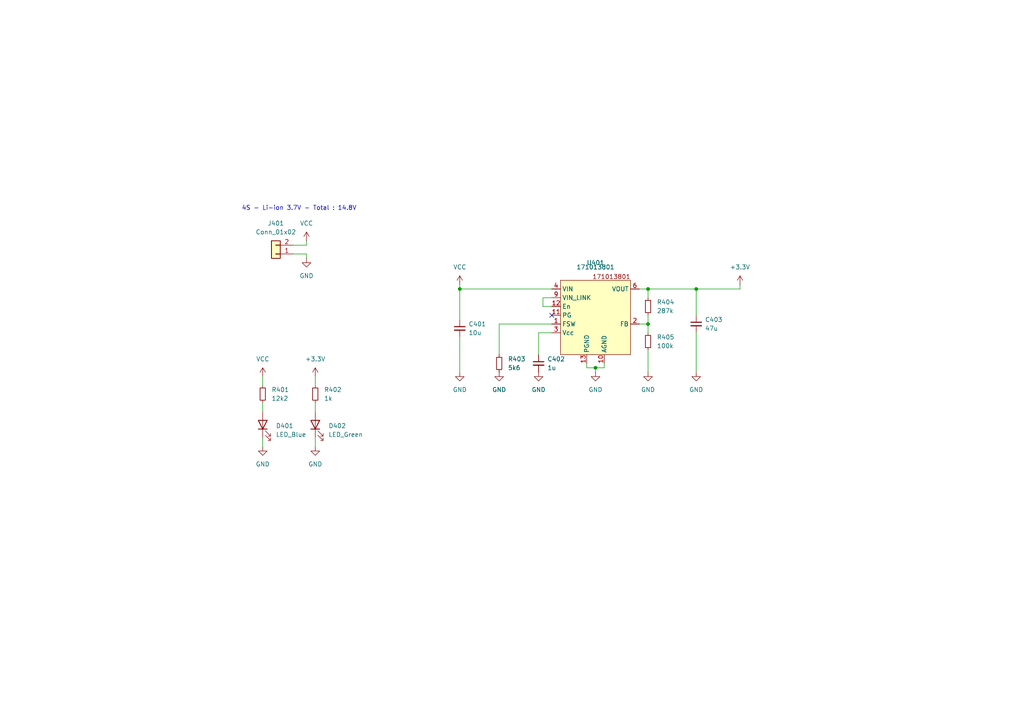
<source format=kicad_sch>
(kicad_sch (version 20231120) (generator "eeschema") (generator_version "8.0")
  (paper "A4")
  (lib_symbols
    (symbol "Connector_Generic:Conn_01x02" (pin_names (offset 1.016) hide)
      (property "Reference" "J" (at 0 2.54 0))
      (property "Value" "Conn_01x02" (at 0 -5.08 0))
      (symbol "Conn_01x02_1_1"
        (rectangle (start -1.27 -2.413) (end 0 -2.667) (stroke (width 0.1524)))
        (rectangle (start -1.27 0.127) (end 0 -0.127) (stroke (width 0.1524)))
        (rectangle (start -1.27 1.27) (end 1.27 -3.81) (stroke (width 0.254)) (fill (type background)))
        (pin passive line (at -5.08 0 0) (length 3.81) (name "Pin_1") (number "1"))
        (pin passive line (at -5.08 -2.54 0) (length 3.81) (name "Pin_2") (number "2"))
      )
    )
    (symbol "Device:C_Small" (pin_numbers hide) (pin_names (offset 0.254) hide)
      (property "Reference" "C" (at 0.254 1.778 0))
      (property "Value" "C_Small" (at 0.254 -2.032 0))
      (symbol "C_Small_0_1"
        (polyline (pts (xy -1.524 -0.508) (xy 1.524 -0.508)) (stroke (width 0.3302)))
        (polyline (pts (xy -1.524 0.508) (xy 1.524 0.508)) (stroke (width 0.3048)))
      )
      (symbol "C_Small_1_1"
        (pin passive line (at 0 2.54 270) (length 2.032) (name "~") (number "1"))
        (pin passive line (at 0 -2.54 90) (length 2.032) (name "~") (number "2"))
      )
    )
    (symbol "Device:LED" (pin_numbers hide) (pin_names (offset 1.016) hide)
      (property "Reference" "D" (at 0 2.54 0))
      (property "Value" "LED" (at 0 -2.54 0))
      (symbol "LED_0_1"
        (polyline (pts (xy -1.27 -1.27) (xy -1.27 1.27)) (stroke (width 0.254)))
        (polyline (pts (xy -1.27 0) (xy 1.27 0)))
        (polyline (pts (xy 1.27 -1.27) (xy 1.27 1.27) (xy -1.27 0) (xy 1.27 -1.27)) (stroke (width 0.254)))
        (polyline (pts (xy -3.048 -0.762) (xy -4.572 -2.286) (xy -3.81 -2.286) (xy -4.572 -2.286) (xy -4.572 -1.524)))
        (polyline (pts (xy -1.778 -0.762) (xy -3.302 -2.286) (xy -2.54 -2.286) (xy -3.302 -2.286) (xy -3.302 -1.524)))
      )
      (symbol "LED_1_1"
        (pin passive line (at -3.81 0 0) (length 2.54) (name "K") (number "1"))
        (pin passive line (at 3.81 0 180) (length 2.54) (name "A") (number "2"))
      )
    )
    (symbol "Device:R_Small" (pin_numbers hide) (pin_names (offset 0.254) hide)
      (property "Reference" "R" (at 0.762 0.508 0))
      (property "Value" "R_Small" (at 0.762 -1.016 0))
      (symbol "R_Small_0_1"
        (rectangle (start -0.762 1.778) (end 0.762 -1.778) (stroke (width 0.2032)))
      )
      (symbol "R_Small_1_1"
        (pin passive line (at 0 2.54 270) (length 0.762) (name "~") (number "1"))
        (pin passive line (at 0 -2.54 90) (length 0.762) (name "~") (number "2"))
      )
    )
    (symbol "Maker_librairy:WE_171013801"
      (property "Reference" "U" (at -9.652 11.176 0))
      (symbol "WE_171013801_1_1"
        (rectangle (start -10.16 10.16) (end 10.16 -11.43) (fill (type background)))
        (text "171013801" (at 10.16 11.176 0) (effects (font (size 1.27 1.27)) (justify right)))
        (pin input line (at -12.7 -2.54 0) (length 2.54) (name "FSW") (number "1"))
        (pin input line (at 2.54 -13.97 90) (length 2.54) (name "AGND") (number "10"))
        (pin power_in line (at -12.7 0 0) (length 2.54) (name "PG") (number "11"))
        (pin input line (at -12.7 2.54 0) (length 2.54) (name "En") (number "12"))
        (pin input line (at -2.54 -13.97 90) (length 2.54) (name "PGND") (number "13"))
        (pin input line (at 12.7 -2.54 180) (length 2.54) (name "FB") (number "2"))
        (pin power_out line (at -12.7 -5.08 0) (length 2.54) (name "Vcc") (number "3"))
        (pin power_in line (at -12.7 7.62 0) (length 2.54) (name "VIN") (number "4"))
        (pin power_in line (at -12.7 7.62 0) (length 2.54) hide (name "VIN") (number "5"))
        (pin power_out line (at 12.7 7.62 180) (length 2.54) (name "VOUT") (number "6"))
        (pin passive line (at 12.7 7.62 180) (length 2.54) hide (name "VOUT") (number "7"))
        (pin no_connect line (at 12.7 5.08 180) (length 2.54) hide (name "DNC") (number "8"))
        (pin power_out line (at -12.7 5.08 0) (length 2.54) (name "VIN_LINK") (number "9"))
      )
    )
    (symbol "power:+3.3V" (power) (pin_numbers hide) (pin_names (offset 0) hide)
      (property "Value" "+3.3V" (at 0 3.556 0))
      (symbol "+3.3V_0_1"
        (polyline (pts (xy -0.762 1.27) (xy 0 2.54)))
        (polyline (pts (xy 0 0) (xy 0 2.54)))
        (polyline (pts (xy 0 2.54) (xy 0.762 1.27)))
      )
      (symbol "+3.3V_1_1"
        (pin power_in line (at 0 0 90) (length 0) (name "~") (number "1"))
      )
    )
    (symbol "power:GND" (power) (pin_numbers hide) (pin_names (offset 0) hide)
      (property "Value" "GND" (at 0 -3.81 0))
      (symbol "GND_0_1"
        (polyline (pts (xy 0 0) (xy 0 -1.27) (xy 1.27 -1.27) (xy 0 -2.54) (xy -1.27 -1.27) (xy 0 -1.27)))
      )
      (symbol "GND_1_1"
        (pin power_in line (at 0 0 270) (length 0) (name "~") (number "1"))
      )
    )
    (symbol "power:VCC" (power) (pin_numbers hide) (pin_names (offset 0) hide)
      (property "Value" "VCC" (at 0 3.556 0))
      (symbol "VCC_0_1"
        (polyline (pts (xy -0.762 1.27) (xy 0 2.54)))
        (polyline (pts (xy 0 0) (xy 0 2.54)))
        (polyline (pts (xy 0 2.54) (xy 0.762 1.27)))
      )
      (symbol "VCC_1_1"
        (pin power_in line (at 0 0 90) (length 0) (name "~") (number "1"))
      )
    )
  )
  (junction (at 187.96 93.98))
  (junction (at 133.35 83.82))
  (junction (at 201.93 83.82))
  (junction (at 187.96 83.82))
  (junction (at 172.72 106.68))
  (no_connect (at 160.02 91.44))
  (wire (pts (xy 201.93 83.82) (xy 187.96 83.82)))
  (wire (pts (xy 170.18 105.41) (xy 170.18 106.68)))
  (wire (pts (xy 187.96 86.36) (xy 187.96 83.82)))
  (wire (pts (xy 133.35 82.55) (xy 133.35 83.82)))
  (wire (pts (xy 88.9 71.12) (xy 85.09 71.12)))
  (wire (pts (xy 187.96 101.6) (xy 187.96 107.95)))
  (wire (pts (xy 160.02 83.82) (xy 133.35 83.82)))
  (wire (pts (xy 133.35 107.95) (xy 133.35 97.79)))
  (wire (pts (xy 160.02 86.36) (xy 157.48 86.36)))
  (wire (pts (xy 187.96 91.44) (xy 187.96 93.98)))
  (wire (pts (xy 144.78 93.98) (xy 160.02 93.98)))
  (wire (pts (xy 157.48 88.9) (xy 160.02 88.9)))
  (wire (pts (xy 76.2 116.84) (xy 76.2 119.38)))
  (wire (pts (xy 91.44 109.22) (xy 91.44 111.76)))
  (wire (pts (xy 133.35 83.82) (xy 133.35 92.71)))
  (wire (pts (xy 185.42 93.98) (xy 187.96 93.98)))
  (wire (pts (xy 88.9 73.66) (xy 88.9 74.93)))
  (wire (pts (xy 185.42 83.82) (xy 187.96 83.82)))
  (wire (pts (xy 175.26 106.68) (xy 175.26 105.41)))
  (wire (pts (xy 201.93 91.44) (xy 201.93 83.82)))
  (wire (pts (xy 170.18 106.68) (xy 172.72 106.68)))
  (wire (pts (xy 157.48 86.36) (xy 157.48 88.9)))
  (wire (pts (xy 91.44 116.84) (xy 91.44 119.38)))
  (wire (pts (xy 201.93 96.52) (xy 201.93 107.95)))
  (wire (pts (xy 214.63 82.55) (xy 214.63 83.82)))
  (wire (pts (xy 76.2 109.22) (xy 76.2 111.76)))
  (wire (pts (xy 156.21 96.52) (xy 156.21 102.87)))
  (wire (pts (xy 76.2 127) (xy 76.2 129.54)))
  (wire (pts (xy 172.72 106.68) (xy 172.72 107.95)))
  (wire (pts (xy 160.02 96.52) (xy 156.21 96.52)))
  (wire (pts (xy 172.72 106.68) (xy 175.26 106.68)))
  (wire (pts (xy 85.09 73.66) (xy 88.9 73.66)))
  (wire (pts (xy 144.78 102.87) (xy 144.78 93.98)))
  (wire (pts (xy 88.9 69.85) (xy 88.9 71.12)))
  (wire (pts (xy 91.44 127) (xy 91.44 129.54)))
  (wire (pts (xy 187.96 93.98) (xy 187.96 96.52)))
  (wire (pts (xy 201.93 83.82) (xy 214.63 83.82)))
  (text "4S - Li-ion 3.7V - Total : 14.8V" (at 70.104 60.452 0) (effects (font (size 1.27 1.27)) (justify left)))
  (symbol (lib_id "Device:LED") (at 76.2 123.19 90) (unit 1)
    (property "Reference" "D401" (at 80.01 123.5074 90) (effects (justify right)))
    (property "Value" "LED_Blue" (at 80.01 126.0474 90) (effects (justify right)))
    (property "Footprint" "LED_SMD:LED_0603_1608Metric" (effects (hide yes)))
    (property "Datasheet" "https://www.we-online.com/components/products/datasheet/150060BS55040.pdf" (effects (hide yes)))
    (property "Description" "Light emitting diode" (effects (hide yes)))
  )
  (symbol (lib_id "power:VCC") (at 133.35 82.55 0) (unit 1)
    (property "Reference" "#PWR0407" (effects (hide yes)))
    (property "Value" "VCC" (at 133.35 77.47 0))
    (property "Description" "Power symbol creates a global label with name \"VCC\"" (effects (hide yes)))
  )
  (symbol (lib_id "Device:R_Small") (at 76.2 114.3 0) (unit 1)
    (property "Reference" "R401" (at 78.74 113.0299 0) (effects (justify left)))
    (property "Value" "12k2" (at 78.74 115.5699 0) (effects (justify left)))
    (property "Footprint" "Resistor_SMD:R_0402_1005Metric" (effects (hide yes)))
    (property "Description" "Resistor, small symbol" (effects (hide yes)))
  )
  (symbol (lib_id "power:GND") (at 76.2 129.54 0) (unit 1)
    (property "Reference" "#PWR0402" (effects (hide yes)))
    (property "Value" "GND" (at 76.2 134.62 0))
    (property "Description" "Power symbol creates a global label with name \"GND\" , ground" (effects (hide yes)))
  )
  (symbol (lib_id "power:GND") (at 88.9 74.93 0) (unit 1)
    (property "Reference" "#PWR0404" (effects (hide yes)))
    (property "Value" "GND" (at 88.9 80.01 0))
    (property "Description" "Power symbol creates a global label with name \"GND\" , ground" (effects (hide yes)))
  )
  (symbol (lib_id "power:+3.3V") (at 214.63 82.55 0) (unit 1)
    (property "Reference" "#PWR0414" (effects (hide yes)))
    (property "Value" "+3.3V" (at 214.63 77.47 0))
    (property "Description" "Power symbol creates a global label with name \"+3.3V\"" (effects (hide yes)))
  )
  (symbol (lib_id "power:+3.3V") (at 91.44 109.22 0) (unit 1)
    (property "Reference" "#PWR0405" (effects (hide yes)))
    (property "Value" "+3.3V" (at 91.44 104.14 0))
    (property "Description" "Power symbol creates a global label with name \"+3.3V\"" (effects (hide yes)))
  )
  (symbol (lib_id "Device:C_Small") (at 156.21 105.41 0) (unit 1)
    (property "Reference" "C402" (at 158.75 104.1462 0) (effects (justify left)))
    (property "Value" "1u" (at 158.75 106.6862 0) (effects (justify left)))
    (property "Footprint" "Capacitor_SMD:C_0603_1608Metric" (effects (hide yes)))
    (property "Datasheet" "https://www.we-online.com/components/products/datasheet/885012206076.pdf" (effects (hide yes)))
    (property "Description" "Unpolarized capacitor, small symbol" (effects (hide yes)))
    (property "MPN" "885012206076" (effects (hide yes)))
  )
  (symbol (lib_id "power:GND") (at 156.21 107.95 0) (unit 1)
    (property "Reference" "#PWR0410" (effects (hide yes)))
    (property "Value" "GND" (at 156.21 113.03 0))
    (property "Description" "Power symbol creates a global label with name \"GND\" , ground" (effects (hide yes)))
  )
  (symbol (lib_id "power:VCC") (at 76.2 109.22 0) (unit 1)
    (property "Reference" "#PWR0401" (effects (hide yes)))
    (property "Value" "VCC" (at 76.2 104.14 0))
    (property "Description" "Power symbol creates a global label with name \"VCC\"" (effects (hide yes)))
  )
  (symbol (lib_id "Device:R_Small") (at 187.96 99.06 0) (unit 1)
    (property "Reference" "R405" (at 190.5 97.7899 0) (effects (justify left)))
    (property "Value" "100k" (at 190.5 100.3299 0) (effects (justify left)))
    (property "Footprint" "Resistor_SMD:R_0402_1005Metric" (effects (hide yes)))
    (property "Description" "Resistor, small symbol" (effects (hide yes)))
  )
  (symbol (lib_id "power:GND") (at 187.96 107.95 0) (unit 1)
    (property "Reference" "#PWR0412" (effects (hide yes)))
    (property "Value" "GND" (at 187.96 113.03 0))
    (property "Description" "Power symbol creates a global label with name \"GND\" , ground" (effects (hide yes)))
  )
  (symbol (lib_id "Maker_librairy:WE_171013801") (at 172.72 91.44 0) (unit 1)
    (property "Reference" "U401" (at 172.72 76.2 0))
    (property "Value" "171013801" (at 172.72 77.47 0))
    (property "Footprint" "Maker_librairy:171013801" (effects (hide yes)))
    (property "Datasheet" "https://www.we-online.com/en/components/products/datasheet/171013801.pdf" (effects (hide yes)))
    (property "MPN" "171013801" (effects (hide yes)))
  )
  (symbol (lib_id "Device:LED") (at 91.44 123.19 90) (unit 1)
    (property "Reference" "D402" (at 95.25 123.5074 90) (effects (justify right)))
    (property "Value" "LED_Green" (at 95.25 126.0474 90) (effects (justify right)))
    (property "Footprint" "LED_SMD:LED_0603_1608Metric" (effects (hide yes)))
    (property "Description" "Light emitting diode" (effects (hide yes)))
  )
  (symbol (lib_id "Connector_Generic:Conn_01x02") (at 80.01 73.66 180) (unit 1)
    (property "Reference" "J401" (at 80.01 64.77 0))
    (property "Value" "Conn_01x02" (at 80.01 67.31 0))
    (property "Footprint" "Connector_AMASS:AMASS_XT60-F_1x02_P7.20mm_Vertical" (effects (hide yes)))
    (property "Description" "Generic connector, single row, 01x02, script generated (kicad-library-utils/schlib/autogen/connector/)" (effects (hide yes)))
  )
  (symbol (lib_id "power:GND") (at 133.35 107.95 0) (unit 1)
    (property "Reference" "#PWR0408" (effects (hide yes)))
    (property "Value" "GND" (at 133.35 113.03 0))
    (property "Description" "Power symbol creates a global label with name \"GND\" , ground" (effects (hide yes)))
  )
  (symbol (lib_id "Device:R_Small") (at 187.96 88.9 0) (unit 1)
    (property "Reference" "R404" (at 190.5 87.6299 0) (effects (justify left)))
    (property "Value" "287k" (at 190.5 90.1699 0) (effects (justify left)))
    (property "Footprint" "Resistor_SMD:R_0402_1005Metric" (effects (hide yes)))
    (property "Description" "Resistor, small symbol" (effects (hide yes)))
  )
  (symbol (lib_id "power:VCC") (at 88.9 69.85 0) (unit 1)
    (property "Reference" "#PWR0403" (effects (hide yes)))
    (property "Value" "VCC" (at 88.9 64.77 0))
    (property "Description" "Power symbol creates a global label with name \"VCC\"" (effects (hide yes)))
  )
  (symbol (lib_id "power:GND") (at 201.93 107.95 0) (unit 1)
    (property "Reference" "#PWR0413" (effects (hide yes)))
    (property "Value" "GND" (at 201.93 113.03 0))
    (property "Description" "Power symbol creates a global label with name \"GND\" , ground" (effects (hide yes)))
  )
  (symbol (lib_id "Device:C_Small") (at 133.35 95.25 0) (unit 1)
    (property "Reference" "C401" (at 135.89 93.9862 0) (effects (justify left)))
    (property "Value" "10u" (at 135.89 96.5262 0) (effects (justify left)))
    (property "Footprint" "Capacitor_SMD:C_0603_1608Metric" (effects (hide yes)))
    (property "Datasheet" "https://www.we-online.com/components/products/datasheet/885012106031.pdf" (effects (hide yes)))
    (property "Description" "Unpolarized capacitor, small symbol" (effects (hide yes)))
    (property "Vmax" "25V" (effects (hide yes)))
    (property "MPN" "885012106031" (effects (hide yes)))
  )
  (symbol (lib_id "Device:R_Small") (at 91.44 114.3 0) (unit 1)
    (property "Reference" "R402" (at 93.98 113.0299 0) (effects (justify left)))
    (property "Value" "1k" (at 93.98 115.5699 0) (effects (justify left)))
    (property "Footprint" "Resistor_SMD:R_0402_1005Metric" (effects (hide yes)))
    (property "Description" "Resistor, small symbol" (effects (hide yes)))
  )
  (symbol (lib_id "power:GND") (at 172.72 107.95 0) (unit 1)
    (property "Reference" "#PWR0411" (effects (hide yes)))
    (property "Value" "GND" (at 172.72 113.03 0))
    (property "Description" "Power symbol creates a global label with name \"GND\" , ground" (effects (hide yes)))
  )
  (symbol (lib_id "Device:R_Small") (at 144.78 105.41 0) (unit 1)
    (property "Reference" "R403" (at 147.32 104.1399 0) (effects (justify left)))
    (property "Value" "5k6" (at 147.32 106.6799 0) (effects (justify left)))
    (property "Footprint" "Resistor_SMD:R_0402_1005Metric" (effects (hide yes)))
    (property "Description" "Resistor, small symbol" (effects (hide yes)))
  )
  (symbol (lib_id "power:GND") (at 91.44 129.54 0) (unit 1)
    (property "Reference" "#PWR0406" (effects (hide yes)))
    (property "Value" "GND" (at 91.44 134.62 0))
    (property "Description" "Power symbol creates a global label with name \"GND\" , ground" (effects (hide yes)))
  )
  (symbol (lib_id "power:GND") (at 144.78 107.95 0) (unit 1)
    (property "Reference" "#PWR0409" (effects (hide yes)))
    (property "Value" "GND" (at 144.78 113.03 0))
    (property "Description" "Power symbol creates a global label with name \"GND\" , ground" (effects (hide yes)))
  )
  (symbol (lib_id "Device:C_Small") (at 201.93 93.98 0) (unit 1)
    (property "Reference" "C403" (at 204.47 92.7162 0) (effects (justify left)))
    (property "Value" "47u" (at 204.47 95.2562 0) (effects (justify left)))
    (property "Footprint" "Capacitor_SMD:C_0805_2012Metric" (effects (hide yes)))
    (property "Datasheet" "https://www.we-online.com/components/products/datasheet/885012107006.pdf" (effects (hide yes)))
    (property "Description" "Unpolarized capacitor, small symbol" (effects (hide yes)))
    (property "Vmax" "6.3V" (effects (hide yes)))
    (property "MPN" "885012107006" (effects (hide yes)))
  )
)
</source>
